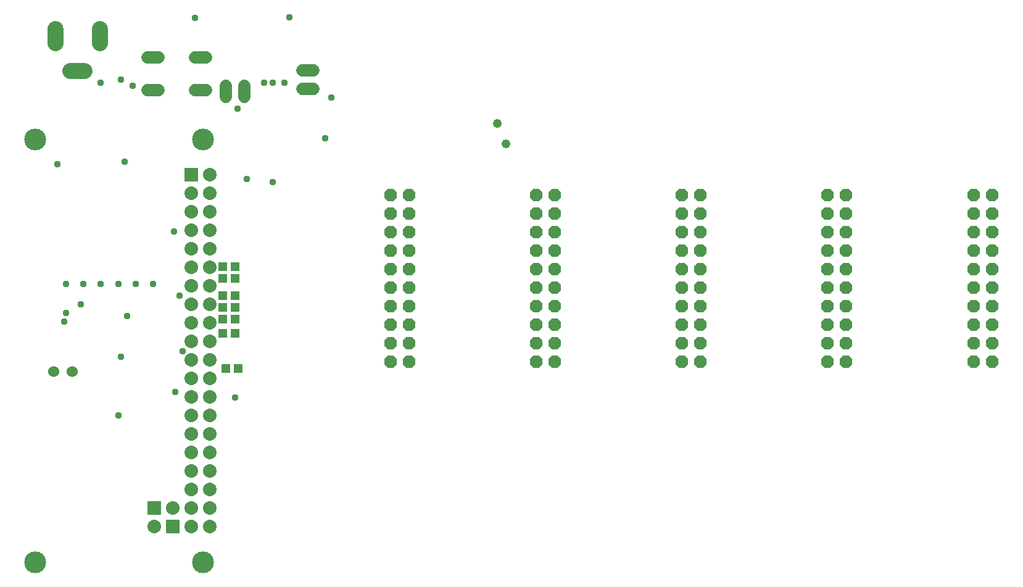
<source format=gbr>
G04 EAGLE Gerber RS-274X export*
G75*
%MOMM*%
%FSLAX34Y34*%
%LPD*%
%INSoldermask Bottom*%
%IPPOS*%
%AMOC8*
5,1,8,0,0,1.08239X$1,22.5*%
G01*
%ADD10R,1.868200X1.868200*%
%ADD11C,1.868200*%
%ADD12C,3.003200*%
%ADD13P,1.869504X8X292.500000*%
%ADD14C,1.524000*%
%ADD15C,2.203200*%
%ADD16C,1.727200*%
%ADD17R,1.203200X1.303200*%
%ADD18C,0.959600*%
%ADD19C,1.209600*%


D10*
X264300Y581750D03*
D11*
X289700Y581750D03*
X264300Y556350D03*
X289700Y556350D03*
X264300Y530950D03*
X289700Y530950D03*
X264300Y505550D03*
X289700Y505550D03*
X264300Y480150D03*
X289700Y480150D03*
X264300Y454750D03*
X289700Y454750D03*
X264300Y429350D03*
X289700Y429350D03*
X264300Y403950D03*
X289700Y403950D03*
X264300Y378550D03*
X289700Y378550D03*
X264300Y353150D03*
X289700Y353150D03*
X264300Y327750D03*
X289700Y327750D03*
X264300Y302350D03*
X289700Y302350D03*
X264300Y276950D03*
X289700Y276950D03*
X264300Y251550D03*
X289700Y251550D03*
X264300Y226150D03*
X289700Y226150D03*
X264300Y200750D03*
X289700Y200750D03*
X264300Y175350D03*
X289700Y175350D03*
X264300Y149950D03*
X289700Y149950D03*
X264300Y124550D03*
X289700Y124550D03*
X264300Y99150D03*
X289700Y99150D03*
D10*
X238900Y99150D03*
D11*
X238900Y124550D03*
D10*
X213500Y124550D03*
D11*
X213500Y99150D03*
D12*
X280100Y630450D03*
X50100Y630450D03*
X50100Y50450D03*
X280100Y50450D03*
D13*
X537300Y554300D03*
X562700Y554300D03*
X537300Y528900D03*
X562700Y528900D03*
X537300Y503500D03*
X562700Y503500D03*
X537300Y478100D03*
X562700Y478100D03*
X537300Y452700D03*
X562700Y452700D03*
X537300Y427300D03*
X562700Y427300D03*
X537300Y401900D03*
X562700Y401900D03*
X537300Y376500D03*
X562700Y376500D03*
X537300Y351100D03*
X562700Y351100D03*
X537300Y325700D03*
X562700Y325700D03*
X737300Y554300D03*
X762700Y554300D03*
X737300Y528900D03*
X762700Y528900D03*
X737300Y503500D03*
X762700Y503500D03*
X737300Y478100D03*
X762700Y478100D03*
X737300Y452700D03*
X762700Y452700D03*
X737300Y427300D03*
X762700Y427300D03*
X737300Y401900D03*
X762700Y401900D03*
X737300Y376500D03*
X762700Y376500D03*
X737300Y351100D03*
X762700Y351100D03*
X737300Y325700D03*
X762700Y325700D03*
X937300Y554300D03*
X962700Y554300D03*
X937300Y528900D03*
X962700Y528900D03*
X937300Y503500D03*
X962700Y503500D03*
X937300Y478100D03*
X962700Y478100D03*
X937300Y452700D03*
X962700Y452700D03*
X937300Y427300D03*
X962700Y427300D03*
X937300Y401900D03*
X962700Y401900D03*
X937300Y376500D03*
X962700Y376500D03*
X937300Y351100D03*
X962700Y351100D03*
X937300Y325700D03*
X962700Y325700D03*
X1137300Y554300D03*
X1162700Y554300D03*
X1137300Y528900D03*
X1162700Y528900D03*
X1137300Y503500D03*
X1162700Y503500D03*
X1137300Y478100D03*
X1162700Y478100D03*
X1137300Y452700D03*
X1162700Y452700D03*
X1137300Y427300D03*
X1162700Y427300D03*
X1137300Y401900D03*
X1162700Y401900D03*
X1137300Y376500D03*
X1162700Y376500D03*
X1137300Y351100D03*
X1162700Y351100D03*
X1137300Y325700D03*
X1162700Y325700D03*
X1337300Y554300D03*
X1362700Y554300D03*
X1337300Y528900D03*
X1362700Y528900D03*
X1337300Y503500D03*
X1362700Y503500D03*
X1337300Y478100D03*
X1362700Y478100D03*
X1337300Y452700D03*
X1362700Y452700D03*
X1337300Y427300D03*
X1362700Y427300D03*
X1337300Y401900D03*
X1362700Y401900D03*
X1337300Y376500D03*
X1362700Y376500D03*
X1337300Y351100D03*
X1362700Y351100D03*
X1337300Y325700D03*
X1362700Y325700D03*
D14*
X100700Y312000D03*
X75300Y312000D03*
D15*
X139000Y762000D02*
X139000Y782000D01*
X78000Y782000D02*
X78000Y762000D01*
X98000Y724000D02*
X118000Y724000D01*
D16*
X416380Y724700D02*
X431620Y724700D01*
X431620Y699300D02*
X416380Y699300D01*
X336700Y703620D02*
X336700Y688380D01*
X311300Y688380D02*
X311300Y703620D01*
X284132Y697394D02*
X268892Y697394D01*
X268892Y742606D02*
X284132Y742606D01*
X219108Y697394D02*
X203868Y697394D01*
X203868Y742606D02*
X219108Y742606D01*
D17*
X328500Y316000D03*
X311500Y316000D03*
X307500Y364000D03*
X324500Y364000D03*
X307500Y384000D03*
X324500Y384000D03*
X307500Y400000D03*
X324500Y400000D03*
X307500Y416000D03*
X324500Y416000D03*
X307500Y440000D03*
X324500Y440000D03*
X307500Y456000D03*
X324500Y456000D03*
D18*
X248000Y416000D03*
X240000Y504000D03*
D19*
X684000Y652000D03*
X696000Y624000D03*
D18*
X376000Y572000D03*
X212000Y432000D03*
X188000Y432000D03*
X164000Y432000D03*
X139646Y432000D03*
X116000Y432000D03*
X456000Y688000D03*
X92000Y432000D03*
X241904Y284000D03*
X324000Y276000D03*
X168000Y712000D03*
X164000Y252000D03*
X176000Y388000D03*
X140000Y708000D03*
X268985Y796985D03*
X92000Y392000D03*
X376000Y708000D03*
X89418Y380354D03*
X364000Y708000D03*
X184000Y704000D03*
X399162Y797830D03*
X112330Y404000D03*
X392000Y708000D03*
X80000Y596000D03*
X172354Y600000D03*
X340000Y576000D03*
X448000Y632000D03*
X328000Y672000D03*
X252000Y340000D03*
X168000Y332000D03*
M02*

</source>
